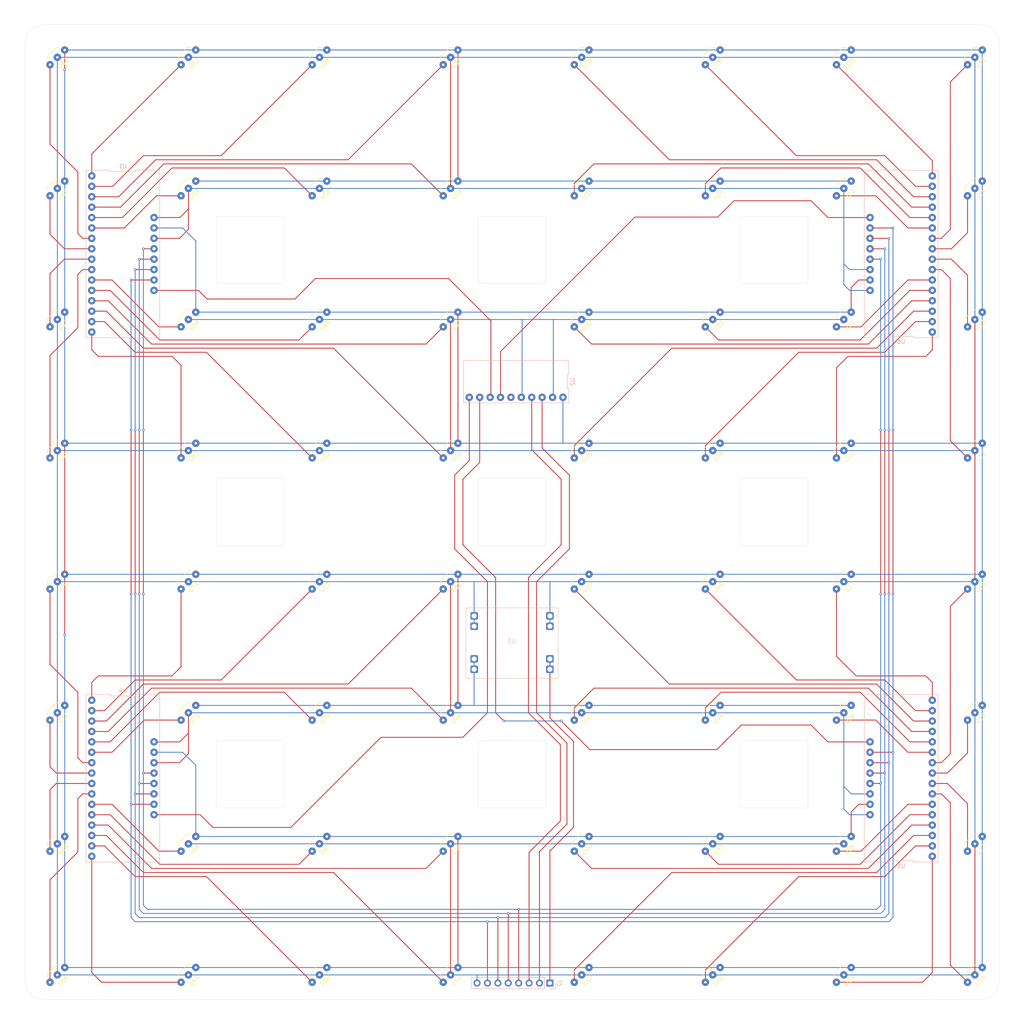
<source format=kicad_pcb>
(kicad_pcb (version 20241229) (generator "pcbnew") (generator_version "9.0")
  (layers (0 "F.Cu" signal) (2 "B.Cu" signal) (13 "F.Paste" user) (15 "B.Paste" user) (5 "F.SilkS" user "F.Silkscreen") (7 "B.SilkS" user "B.Silkscreen") (1 "F.Mask" user) (3 "B.Mask" user) (25 "Edge.Cuts" user))
  (net 0 "")
  (net 1 "S2")
  (net 2 "SCL")
  (net 3 "GND")
  (net 4 "SDA")
  (net 5 "S0")
  (net 6 "S1")
  (net 7 "S3")
  (net 8 "5V")
  (net 9 "MB14")
  (net 10 "MB4")
  (net 11 "MB5")
  (net 12 "MB6")
  (net 13 "MB15")
  (net 14 "3.3V")
  (net 15 "MB16")
  (net 16 "MB13")
  (net 17 "MB8")
  (net 18 "MB12")
  (net 19 "MB10")
  (net 20 "MB11")
  (net 21 "MB1")
  (net 22 "MB3")
  (net 23 "MB9")
  (net 24 "Net-(U1-COM)")
  (net 25 "MB7")
  (net 26 "MB2")
  (net 28 "Net-(U2-AIN3)")
  (net 29 "Net-(U2-AIN0)")
  (net 30 "Net-(U2-AIN2)")
  (net 31 "MC5")
  (net 32 "MC9")
  (net 33 "MC10")
  (net 34 "MC1")
  (net 35 "MC12")
  (net 36 "MC3")
  (net 37 "MC13")
  (net 38 "MC8")
  (net 39 "MC14")
  (net 40 "MC6")
  (net 41 "MC11")
  (net 42 "MC15")
  (net 43 "MC2")
  (net 44 "MC4")
  (net 45 "MC7")
  (net 46 "MC16")
  (net 47 "MD6")
  (net 48 "MD7")
  (net 49 "MD14")
  (net 50 "MD15")
  (net 51 "MD5")
  (net 52 "MD16")
  (net 53 "MD3")
  (net 54 "MD10")
  (net 55 "MD8")
  (net 56 "MD1")
  (net 57 "MD2")
  (net 58 "MD13")
  (net 59 "MD4")
  (net 60 "MD9")
  (net 61 "MD11")
  (net 62 "MD12")
  (net 63 "MA6")
  (net 64 "MA9")
  (net 65 "MA3")
  (net 66 "MA7")
  (net 67 "MA11")
  (net 68 "MA14")
  (net 69 "MA2")
  (net 70 "MA1")
  (net 71 "MA12")
  (net 72 "MA10")
  (net 73 "MA16")
  (net 74 "MA15")
  (net 75 "MA4")
  (net 76 "MA5")
  (net 77 "MA8")
  (net 78 "MA13")
  (footprint "MagChess Footprints:SS49E" (layer "F.Cu") (at 76 167 45)
    (property "Reference" "U74")
    (property "Value" "A1302xUA")
  )
  (footprint "MagChess Footprints:SS49E" (layer "F.Cu") (at 172 103 45)
    (property "Reference" "U32")
    (property "Value" "A1302xUA")
  )
  (footprint "MagChess Footprints:SS49E" (layer "F.Cu") (at 76 39 45)
    (property "Reference" "U62")
    (property "Value" "A1302xUA")
  )
  (footprint "MagChess Footprints:SS49E" (layer "F.Cu") (at 204 167 45)
    (property "Reference" "U49")
    (property "Value" "A1302xUA")
  )
  (footprint "MagChess Footprints:SS49E" (layer "F.Cu") (at 204 263 45)
    (property "Reference" "U40")
    (property "Value" "A1302xUA")
  )
  (footprint "MagChess Footprints:SS49E" (layer "F.Cu") (at 172 199 45)
    (property "Reference" "U47")
    (property "Value" "A1302xUA")
  )
  (footprint "MagChess Footprints:SS49E" (layer "F.Cu") (at 236 103 45)
    (property "Reference" "U21")
    (property "Value" "A1302xUA")
  )
  (footprint "MagChess Footprints:SS49E" (layer "F.Cu") (at 76 103 45)
    (property "Reference" "U56")
    (property "Value" "A1302xUA")
  )
  (footprint "MagChess Footprints:SS49E" (layer "F.Cu") (at 108 231 45)
    (property "Reference" "U67")
    (property "Value" "A1302xUA")
  )
  (footprint "MagChess Footprints:SS49E" (layer "F.Cu") (at 108 135 45)
    (property "Reference" "U52")
    (property "Value" "A1302xUA")
  )
  (footprint "MagChess Footprints:SS49E" (layer "F.Cu") (at 172 231 45)
    (property "Reference" "U44")
    (property "Value" "A1302xUA")
  )
  (footprint "MagChess Footprints:SS49E" (layer "F.Cu") (at 44 71 45)
    (property "Reference" "U60")
    (property "Value" "A1302xUA")
  )
  (footprint "MagChess Footprints:SS49E" (layer "F.Cu") (at 172 135 45)
    (property "Reference" "U29")
    (property "Value" "A1302xUA")
  )
  (footprint "MagChess Footprints:SS49E" (layer "F.Cu") (at 140 231 45)
    (property "Reference" "U45")
    (property "Value" "A1302xUA")
  )
  (footprint "MagChess Footprints:SS49E" (layer "F.Cu") (at 76 71 45)
    (property "Reference" "U59")
    (property "Value" "A1302xUA")
  )
  (footprint "MagChess Footprints:SS49E" (layer "F.Cu") (at 140 199 45)
    (property "Reference" "U48")
    (property "Value" "A1302xUA")
  )
  (footprint "MagChess Footprints:SS49E" (layer "F.Cu") (at 236 231 45)
    (property "Reference" "U25")
    (property "Value" "A1302xUA")
  )
  (footprint "MagChess Footprints:SS49E" (layer "F.Cu") (at 140 135 45)
    (property "Reference" "U30")
    (property "Value" "A1302xUA")
  )
  (footprint "MagChess Footprints:SS49E" (layer "F.Cu") (at 108 39 45)
    (property "Reference" "U61")
    (property "Value" "A1302xUA")
  )
  (footprint "MagChess Footprints:SS49E" (layer "F.Cu") (at 140 263 45)
    (property "Reference" "U42")
    (property "Value" "A1302xUA")
  )
  (footprint "MagChess Footprints:SS49E" (layer "F.Cu") (at 236 199 45)
    (property "Reference" "U26")
    (property "Value" "A1302xUA")
  )
  (footprint "MagChess Footprints:SS49E" (layer "F.Cu") (at 140 103 45)
    (property "Reference" "U33")
    (property "Value" "A1302xUA")
  )
  (footprint "MagChess Footprints:SS49E" (layer "F.Cu") (at 236 167 45)
    (property "Reference" "U27")
    (property "Value" "A1302xUA")
  )
  (footprint "MagChess Footprints:SS49E" (layer "F.Cu") (at 108 103 45)
    (property "Reference" "U55")
    (property "Value" "A1302xUA")
  )
  (footprint "MagChess Footprints:SS49E" (layer "F.Cu") (at 172 167 45)
    (property "Reference" "U50")
    (property "Value" "A1302xUA")
  )
  (footprint "MagChess Footprints:SS49E" (layer "F.Cu") (at 108 167 45)
    (property "Reference" "U73")
    (property "Value" "A1302xUA")
  )
  (footprint "MagChess Footprints:SS49E" (layer "F.Cu") (at 236 39 45)
    (property "Reference" "U23")
    (property "Value" "A1302xUA")
  )
  (footprint "MagChess Footprints:SS49E" (layer "F.Cu") (at 268 135 45)
    (property "Reference" "U12")
    (property "Value" "A1302xUA")
  )
  (footprint "MagChess Footprints:SS49E" (layer "F.Cu") (at 268 199 45)
    (property "Reference" "U18")
    (property "Value" "A1302xUA")
  )
  (footprint "MagChess Footprints:SS49E" (layer "F.Cu") (at 44 167 45)
    (property "Reference" "U75")
    (property "Value" "A1302xUA")
  )
  (footprint "MagChess Footprints:SS49E" (layer "F.Cu") (at 172 39 45)
    (property "Reference" "U38")
    (property "Value" "A1302xUA")
  )
  (footprint "MagChess Footprints:SS49E" (layer "F.Cu") (at 204 39 45)
    (property "Reference" "U37")
    (property "Value" "A1302xUA")
  )
  (footprint "MagChess Footprints:SS49E" (layer "F.Cu") (at 44 39 45)
    (property "Reference" "U63")
    (property "Value" "A1302xUA")
  )
  (footprint "MagChess Footprints:SS49E" (layer "F.Cu") (at 172 263 45)
    (property "Reference" "U41")
    (property "Value" "A1302xUA")
  )
  (footprint "MagChess Footprints:SS49E" (layer "F.Cu") (at 76 263 45)
    (property "Reference" "U65")
    (property "Value" "A1302xUA")
  )
  (footprint "MagChess Footprints:SS49E" (layer "F.Cu") (at 76 231 45)
    (property "Reference" "U68")
    (property "Value" "A1302xUA")
  )
  (footprint "MagChess Footprints:SS49E" (layer "F.Cu") (at 204 71 45)
    (property "Reference" "U34")
    (property "Value" "A1302xUA")
  )
  (footprint "MagChess Footprints:SS49E" (layer "F.Cu") (at 204 103 45)
    (property "Reference" "U31")
    (property "Value" "A1302xUA")
  )
  (footprint "MagChess Footprints:SS49E" (layer "F.Cu") (at 268 103 45)
    (property "Reference" "U13")
    (property "Value" "A1302xUA")
  )
  (footprint "MagChess Footprints:SS49E" (layer "F.Cu") (at 108 71 45)
    (property "Reference" "U58")
    (property "Value" "A1302xUA")
  )
  (footprint "MagChess Footprints:SS49E" (layer "F.Cu") (at 44 199 45)
    (property "Reference" "U72")
    (property "Value" "A1302xUA")
  )
  (footprint "MagChess Footprints:SS49E" (layer "F.Cu") (at 108 263 45)
    (property "Reference" "U64")
    (property "Value" "A1302xUA")
  )
  (footprint "MagChess Footprints:SS49E" (layer "F.Cu") (at 204 135 45)
    (property "Reference" "U28")
    (property "Value" "A1302xUA")
  )
  (footprint "MagChess Footprints:SS49E" (layer "F.Cu") (at 268 167 45)
    (property "Reference" "U19")
    (property "Value" "A1302xUA")
  )
  (footprint "MagChess Footprints:SS49E" (layer "F.Cu") (at 268 39 45)
    (property "Reference" "U15")
    (property "Value" "A1302xUA")
  )
  (footprint "MagChess Footprints:SS49E" (layer "F.Cu") (at 44 103 45)
    (property "Reference" "U57")
    (property "Value" "A1302xUA")
  )
  (footprint "MagChess Footprints:SS49E" (layer "F.Cu") (at 204 199 45)
    (property "Reference" "U46")
    (property "Value" "A1302xUA")
  )
  (footprint "MagChess Footprints:SS49E" (layer "F.Cu") (at 76 135 45)
    (property "Reference" "U53")
    (property "Value" "A1302xUA")
  )
  (footprint "MagChess Footprints:SS49E" (layer "F.Cu") (at 140 71 45)
    (property "Reference" "U36")
    (property "Value" "A1302xUA")
  )
  (footprint "MagChess Footprints:SS49E" (layer "F.Cu") (at 236 263 45)
    (property "Reference" "U24")
    (property "Value" "A1302xUA")
  )
  (footprint "MagChess Footprints:SS49E" (layer "F.Cu") (at 172 71 45)
    (property "Reference" "U35")
    (property "Value" "A1302xUA")
  )
  (footprint "MagChess Footprints:SS49E" (layer "F.Cu") (at 268 231 45)
    (property "Reference" "U17")
    (property "Value" "A1302xUA")
  )
  (footprint "MagChess Footprints:SS49E" (layer "F.Cu") (at 236 71 45)
    (property "Reference" "U22")
    (property "Value" "A1302xUA")
  )
  (footprint "MagChess Footprints:SS49E" (layer "F.Cu") (at 140 39 45)
    (property "Reference" "U39")
    (property "Value" "A1302xUA")
  )
  (footprint "MagChess Footprints:SS49E" (layer "F.Cu") (at 44 263 45)
    (property "Reference" "U66")
    (property "Value" "A1302xUA")
  )
  (footprint "MagChess Footprints:SS49E" (layer "F.Cu") (at 108 199 45)
    (property "Reference" "U70")
    (property "Value" "A1302xUA")
  )
  (footprint "MagChess Footprints:SS49E" (layer "F.Cu") (at 76 199 45)
    (property "Reference" "U71")
    (property "Value" "A1302xUA")
  )
  (footprint "MagChess Footprints:SS49E" (layer "F.Cu") (at 236 135 45)
    (property "Reference" "U20")
    (property "Value" "A1302xUA")
  )
  (footprint "MagChess Footprints:SS49E" (layer "F.Cu") (at 44 135 45)
    (property "Reference" "U54")
    (property "Value" "A1302xUA")
  )
  (footprint "MagChess Footprints:SS49E" (layer "F.Cu") (at 44 231 45)
    (property "Reference" "U69")
    (property "Value" "A1302xUA")
  )
  (footprint "MagChess Footprints:SS49E" (layer "F.Cu") (at 268 263 45)
    (property "Reference" "U16")
    (property "Value" "A1302xUA")
  )
  (footprint "MagChess Footprints:SS49E" (layer "F.Cu") (at 140 167 45)
    (property "Reference" "U51")
    (property "Value" "A1302xUA")
  )
  (footprint "MagChess Footprints:SS49E" (layer "F.Cu") (at 268 71 45)
    (property "Reference" "U14")
    (property "Value" "A1302xUA")
  )
  (footprint "MagChess Footprints:SS49E" (layer "F.Cu") (at 204 231 45)
    (property "Reference" "U43")
    (property "Value" "A1302xUA")
  )
  (footprint "MagChess Footprints:ADS1015" (layer "B.Cu") (at 156 118.19 180)
    (property "Reference" "U2")
    (property "Value" "ADS1015IDGS")
  )
  (footprint "MagChess Footprints:CD74HC4067" (layer "B.Cu") (at 250 215 90)
    (property "Reference" "U5")
    (property "Value" "CD74HC4067M")
  )
  (footprint "MagChess Footprints:MP1584" (layer "B.Cu") (at 155 182 180)
    (property "Reference" "U3")
    (property "Value" "MP1584EN")
  )
  (footprint "MagChess Footprints:CD74HC4067" (layer "B.Cu") (at 60 87 -90)
    (property "Reference" "U1")
    (property "Value" "CD74HC4067M")
  )
  (footprint "Connector_PinHeader_2.54mm:PinHeader_1x08_P2.54mm_Vertical" (layer "B.Cu") (at 164.24 265 90)
    (property "Reference" "J2")
    (property "Value" "Conn_01x08_Pin")
  )
  (footprint "MagChess Footprints:CD74HC4067" (layer "B.Cu") (at 60 215 -90)
    (property "Reference" "U4")
    (property "Value" "CD74HC4067M")
  )
  (footprint "MagChess Footprints:CD74HC4067" (layer "B.Cu") (at 250 87 90)
    (property "Reference" "U6")
    (property "Value" "CD74HC4067M")
  )
  (gr_rect (start 146.75 77.75) (end 163.25 94.25) (stroke (width 0.05)) (fill no) (layer "Edge.Cuts"))
  (gr_line (start 274 36) (end 274 264) (stroke (width 0.05)) (layer "Edge.Cuts"))
  (gr_arc (start 36 36) (mid 37.464466 32.464466) (end 41 31) (stroke (width 0.05)) (layer "Edge.Cuts"))
  (gr_rect (start 210.75 77.75) (end 227.25 94.25) (stroke (width 0.05)) (fill no) (layer "Edge.Cuts"))
  (gr_arc (start 41 269) (mid 37.464466 267.535534) (end 36 264) (stroke (width 0.05)) (layer "Edge.Cuts"))
  (gr_arc (start 269 31) (mid 272.535534 32.464466) (end 274 36) (stroke (width 0.05)) (layer "Edge.Cuts"))
  (gr_rect (start 82.75 141.75) (end 99.25 158.25) (stroke (width 0.05)) (fill no) (layer "Edge.Cuts"))
  (gr_rect (start 82.75 205.75) (end 99.25 222.25) (stroke (width 0.05)) (fill no) (layer "Edge.Cuts"))
  (gr_rect (start 210.75 141.75) (end 227.25 158.25) (stroke (width 0.05)) (fill no) (layer "Edge.Cuts"))
  (gr_line (start 36 264) (end 36 36) (stroke (width 0.05)) (layer "Edge.Cuts"))
  (gr_rect (start 210.75 205.75) (end 227.25 222.25) (stroke (width 0.05)) (fill no) (layer "Edge.Cuts"))
  (gr_arc (start 274 264) (mid 272.535534 267.535534) (end 269 269) (stroke (width 0.05)) (layer "Edge.Cuts"))
  (gr_line (start 269 269) (end 41 269) (stroke (width 0.05)) (layer "Edge.Cuts"))
  (gr_line (start 41 31) (end 269 31) (stroke (width 0.05)) (layer "Edge.Cuts"))
  (gr_rect (start 82.75 77.75) (end 99.25 94.25) (stroke (width 0.05)) (fill no) (layer "Edge.Cuts"))
  (gr_rect (start 146.75 205.75) (end 163.25 222.25) (stroke (width 0.05)) (fill no) (layer "Edge.Cuts"))
  (gr_rect (start 146.75 141.75) (end 163.25 158.25) (stroke (width 0.05)) (fill no) (layer "Edge.Cuts"))
  (segment (start 247 170) (end 247 130) (width 0.2) (layer "F.Cu") (net 1))
  (segment (start 151.54 249) (end 151.54 265) (width 0.2) (layer "F.Cu") (net 1))
  (segment (start 63 218.81) (end 67.6 218.81) (width 0.2) (layer "F.Cu") (net 1))
  (segment (start 63 90.81) (end 67.6 90.81) (width 0.2) (layer "F.Cu") (net 1))
  (segment (start 63 170) (end 63 130) (width 0.2) (layer "F.Cu") (net 1))
  (segment (start 247 83.19) (end 242.4 83.19) (width 0.2) (layer "F.Cu") (net 1))
  (segment (start 247 211.19) (end 242.4 211.19) (width 0.2) (layer "F.Cu") (net 1))
  (via (at 63 130) (size 0.6) (drill 0.3) (layers "F.Cu" "B.Cu") (net 1))
  (via (at 63 170) (size 0.6) (drill 0.3) (layers "F.Cu" "B.Cu") (net 1))
  (via (at 247 130) (size 0.6) (drill 0.3) (layers "F.Cu" "B.Cu") (net 1))
  (via (at 63 90.81) (size 0.6) (drill 0.3) (layers "F.Cu" "B.Cu") (net 1))
  (via (at 63 218.81) (size 0.6) (drill 0.3) (layers "F.Cu" "B.Cu") (net 1))
  (via (at 247 83.19) (size 0.6) (drill 0.3) (layers "F.Cu" "B.Cu") (net 1))
  (via (at 247 211.19) (size 0.6) (drill 0.3) (layers "F.Cu" "B.Cu") (net 1))
  (via (at 247 170) (size 0.6) (drill 0.3) (layers "F.Cu" "B.Cu") (net 1))
  (via (at 151.54 249) (size 0.6) (drill 0.3) (layers "F.Cu" "B.Cu") (net 1))
  (segment (start 63 130) (end 63 90.81) (width 0.2) (layer "B.Cu") (net 1))
  (segment (start 151.54 249) (end 246 249) (width 0.2) (layer "B.Cu") (net 1))
  (segment (start 247 130) (end 247 83.19) (width 0.2) (layer "B.Cu") (net 1))
  (segment (start 63 218.81) (end 63 170) (width 0.2) (layer "B.Cu") (net 1))
  (segment (start 63 248) (end 63 218.81) (width 0.2) (layer "B.Cu") (net 1))
  (segment (start 247 211.19) (end 247 170) (width 0.2) (layer "B.Cu") (net 1))
  (segment (start 246 249) (end 247 248) (width 0.2) (layer "B.Cu") (net 1))
  (segment (start 64 249) (end 63 248) (width 0.2) (layer "B.Cu") (net 1))
  (segment (start 247 248) (end 247 211.19) (width 0.2) (layer "B.Cu") (net 1))
  (segment (start 151.54 249) (end 64 249) (width 0.2) (layer "B.Cu") (net 1))
  (segment (start 161.7 232.9) (end 168.4 226.2) (width 0.2) (layer "F.Cu") (net 2))
  (segment (start 168.4 226.2) (end 168.4 206.4) (width 0.2) (layer "F.Cu") (net 2))
  (segment (start 162.35 134.35) (end 162.35 122) (width 0.2) (layer "F.Cu") (net 2))
  (segment (start 169 141) (end 162.35 134.35) (width 0.2) (layer "F.Cu") (net 2))
  (segment (start 161 167) (end 169 159) (width 0.2) (layer "F.Cu") (net 2))
  (segment (start 168.4 206.4) (end 161 199) (width 0.2) (layer "F.Cu") (net 2))
  (segment (start 169 159) (end 169 141) (width 0.2) (layer "F.Cu") (net 2))
  (segment (start 161.7 265) (end 161.7 232.9) (width 0.2) (layer "F.Cu") (net 2))
  (segment (start 161 199) (end 161 167) (width 0.2) (layer "F.Cu") (net 2))
  (segment (start 73.89 206.11) (end 76 204) (width 0.2) (layer "F.Cu") (net 3))
  (segment (start 73.89 78.11) (end 76 76) (width 0.2) (layer "F.Cu") (net 3))
  (segment (start 67.6 206.11) (end 73.89 206.11) (width 0.2) (layer "F.Cu") (net 3))
  (segment (start 67.6 83.19) (end 73.81 83.19) (width 0.2) (layer "F.Cu") (net 3))
  (segment (start 140 39) (end 140 71) (width 0.2) (layer "F.Cu") (net 3))
  (segment (start 76 76) (end 76 71) (width 0.2) (layer "F.Cu") (net 3))
  (segment (start 73.81 83.19) (end 76 81) (width 0.2) (layer "F.Cu") (net 3))
  (segment (start 67.6 211.19) (end 73.81 211.19) (width 0.2) (layer "F.Cu") (net 3))
  (segment (start 268 135) (end 268 167) (width 0.2) (layer "F.Cu") (net 3))
  (segment (start 67.6 78.11) (end 73.89 78.11) (width 0.2) (layer "F.Cu") (net 3))
  (segment (start 268 135) (end 268 103) (width 0.2) (layer "F.Cu") (net 3))
  (segment (start 73.81 211.19) (end 76 209) (width 0.2) (layer "F.Cu") (net 3))
  (segment (start 140 103) (end 140 135) (width 0.2) (layer "F.Cu") (net 3))
  (segment (start 76 204) (end 76 199) (width 0.2) (layer "F.Cu") (net 3))
  (segment (start 140 231) (end 140 263) (width 0.2) (layer "F.Cu") (net 3))
  (segment (start 76 209) (end 76 204) (width 0.2) (layer "F.Cu") (net 3))
  (segment (start 268 263) (end 268 231) (width 0.2) (layer "F.Cu") (net 3))
  (segment (start 76 81) (end 76 76) (width 0.2) (layer "F.Cu") (net 3))
  (segment (start 140 199) (end 140 167) (width 0.2) (layer "F.Cu") (net 3))
  (segment (start 44 263) (end 140 263) (width 0.2) (layer "B.Cu") (net 3))
  (segment (start 268 231) (end 268 167) (width 0.2) (layer "B.Cu") (net 3))
  (segment (start 76 71) (end 108 71) (width 0.2) (layer "B.Cu") (net 3))
  (segment (start 44 167) (end 268 167) (width 0.2) (layer "B.Cu") (net 3))
  (segment (start 237.4 90.81) (end 236 89.41) (width 0.2) (layer "B.Cu") (net 3))
  (segment (start 157.46 103) (end 157.46 122) (width 0.2) (layer "B.Cu") (net 3))
  (segment (start 237.81 218.81) (end 236 217) (width 0.2) (layer "B.Cu") (net 3))
  (segment (start 237.4 95.89) (end 242.4 95.89) (width 0.2) (layer "B.Cu") (net 3))
  (segment (start 108 103) (end 204 103) (width 0.2) (layer "B.Cu") (net 3))
  (segment (start 145.75 177.9) (end 145.75 175.36) (width 0.2) (layer "B.Cu") (net 3))
  (segment (start 242.4 218.81) (end 237.81 218.81) (width 0.2) (layer "B.Cu") (net 3))
  (segment (start 164.25 175.36) (end 164.25 167) (width 0.2) (layer "B.Cu") (net 3))
  (segment (start 268 103) (end 268 39) (width 0.2) (layer "B.Cu") (net 3))
  (segment (start 237.4 223.89) (end 236 222.49) (width 0.2) (layer "B.Cu") (net 3))
  (segment (start 76 103) (end 108 103) (width 0.2) (layer "B.Cu") (net 3))
  (segment (start 236 199) (end 236 217) (width 0.2) (layer "B.Cu") (net 3))
  (segment (start 164.25 177.9) (end 164.25 175.36) (width 0.2) (layer "B.Cu") (net 3))
  (segment (start 140 263) (end 172 263) (width 0.2) (layer "B.Cu") (net 3))
  (segment (start 172 263) (end 268 263) (width 0.2) (layer "B.Cu") (net 3))
  (segment (start 76 231) (end 108 231) (width 0.2) (layer "B.Cu") (net 3))
  (segment (start 146.46 265) (end 146.46 263) (width 0.2) (layer "B.Cu") (net 3))
  (segment (start 204 71) (end 236 71) (width 0.2) (layer "B.Cu") (net 3))
  (segment (start 204 231) (end 236 231) (width 0.2) (layer "B.Cu") (net 3))
  (segment (start 236 94.49) (end 237.4 95.89) (width 0.2) (layer "B.Cu") (net 3))
  (segment (start 44 135) (end 268 135) (width 0.2) (layer "B.Cu") (net 3))
  (segment (start 204 199) (end 236 199) (width 0.2) (layer "B.Cu") (net 3))
  (segment (start 204 103) (end 236 103) (width 0.2) (layer "B.Cu") (net 3))
  (segment (start 236 217) (end 236 222.49) (width 0.2) (layer "B.Cu") (net 3))
  (segment (start 145.75 175.36) (end 145.75 167) (width 0.2) (layer "B.Cu") (net 3))
  (segment (start 165.08 122) (end 165.08 103) (width 0.2) (layer "B.Cu") (net 3))
  (segment (start 108 71) (end 204 71) (width 0.2) (layer "B.Cu") (net 3))
  (segment (start 204 199) (end 108 199) (width 0.2) (layer "B.Cu") (net 3))
  (segment (start 44 39) (end 268 39) (width 0.2) (layer "B.Cu") (net 3))
  (segment (start 236 71) (end 236 94.49) (width 0.2) (layer "B.Cu") (net 3))
  (segment (start 76 199) (end 108 199) (width 0.2) (layer "B.Cu") (net 3))
  (segment (start 44 39) (end 44 263) (width 0.2) (layer "B.Cu") (net 3))
  (segment (start 237.4 90.81) (end 242.4 90.81) (width 0.2) (layer "B.Cu") (net 3))
  (segment (start 204 231) (end 108 231) (width 0.2) (layer "B.Cu") (net 3))
  (segment (start 242.4 223.89) (end 237.4 223.89) (width 0.2) (layer "B.Cu") (net 3))
  (segment (start 159.16 233.055365) (end 159.16 265) (width 0.2) (layer "F.Cu") (net 4))
  (segment (start 159.81 122) (end 159.81 134.81) (width 0.2) (layer "F.Cu") (net 4))
  (segment (start 159 166) (end 159 199) (width 0.2) (layer "F.Cu") (net 4))
  (segment (start 167 142) (end 167 158) (width 0.2) (layer "F.Cu") (net 4))
  (segment (start 159.81 134.81) (end 167 142) (width 0.2) (layer "F.Cu") (net 4))
  (segment (start 166.8 206.8) (end 166.8 225.415365) (width 0.2) (layer "F.Cu") (net 4))
  (segment (start 167 158) (end 159 166) (width 0.2) (layer "F.Cu") (net 4))
  (segment (start 159 199) (end 166.8 206.8) (width 0.2) (layer "F.Cu") (net 4))
  (segment (start 166.8 225.415365) (end 159.16 233.055365) (width 0.2) (layer "F.Cu") (net 4))
  (segment (start 245 216.27) (end 242.4 216.27) (width 0.2) (layer "F.Cu") (net 5))
  (segment (start 65 170) (end 65 130) (width 0.2) (layer "F.Cu") (net 5))
  (segment (start 245 88.27) (end 242.4 88.27) (width 0.2) (layer "F.Cu") (net 5))
  (segment (start 65 213.73) (end 67.6 213.73) (width 0.2) (layer "F.Cu") (net 5))
  (segment (start 65 85.73) (end 67.6 85.73) (width 0.2) (layer "F.Cu") (net 5))
  (segment (start 245 170) (end 245 130) (width 0.2) (layer "F.Cu") (net 5))
  (segment (start 156.62 247) (end 156.62 265) (width 0.2) (layer "F.Cu") (net 5))
  (via (at 65 170) (size 0.6) (drill 0.3) (layers "F.Cu" "B.Cu") (net 5))
  (via (at 65 130) (size 0.6) (drill 0.3) (layers "F.Cu" "B.Cu") (net 5))
  (via (at 245 88.27) (size 0.6) (drill 0.3) (layers "F.Cu" "B.Cu") (net 5))
  (via (at 245 216.27) (size 0.6) (drill 0.3) (layers "F.Cu" "B.Cu") (net 5))
  (via (at 65 213.73) (size 0.6) (drill 0.3) (layers "F.Cu" "B.Cu") (net 5))
  (via (at 156.62 247) (size 0.6) (drill 0.3) (layers "F.Cu" "B.Cu") (net 5))
  (via (at 245 170) (size 0.6) (drill 0.3) (layers "F.Cu" "B.Cu") (net 5))
  (via (at 245 130) (size 0.6) (drill 0.3) (layers "F.Cu" "B.Cu") (net 5))
  (via (at 65 85.73) (size 0.6) (drill 0.3) (layers "F.Cu" "B.Cu") (net 5))
  (segment (start 65 130) (end 65 85.73) (width 0.2) (layer "B.Cu") (net 5))
  (segment (start 65 213.73) (end 65 170) (width 0.2) (layer "B.Cu") (net 5))
  (segment (start 65 246) (end 65 213.73) (width 0.2) (layer "B.Cu") (net 5))
  (segment (start 245 246) (end 245 216.27) (width 0.2) (layer "B.Cu") (net 5))
  (segment (start 245 130) (end 245 88.27) (width 0.2) (layer "B.Cu") (net 5))
  (segment (start 245 216.27) (end 245 170) (width 0.2) (layer "B.Cu") (net 5))
  (segment (start 156.62 247) (end 66 247) (width 0.2) (layer "B.Cu") (net 5))
  (segment (start 66 247) (end 65 246) (width 0.2) (layer "B.Cu") (net 5))
  (segment (start 244 247) (end 245 246) (width 0.2) (layer "B.Cu") (net 5))
  (segment (start 156.62 247) (end 244 247) (width 0.2) (layer "B.Cu") (net 5))
  (segment (start 64 88.27) (end 67.6 88.27) (width 0.2) (layer "F.Cu") (net 6))
  (segment (start 64 216.27) (end 67.6 216.27) (width 0.2) (layer "F.Cu") (net 6))
  (segment (start 154.08 248) (end 154.08 265) (width 0.2) (layer "F.Cu") (net 6))
  (segment (start 246 170) (end 246 130) (width 0.2) (layer "F.Cu") (net 6))
  (segment (start 246 85.73) (end 242.4 85.73) (width 0.2) (layer "F.Cu") (net 6))
  (segment (start 246 213.73) (end 242.4 213.73) (width 0.2) (layer "F.Cu") (net 6))
  (segment (start 64 170) (end 64 130) (width 0.2) (layer "F.Cu") (net 6))
  (via (at 154.08 248) (size 0.6) (drill 0.3) (layers "F.Cu" "B.Cu") (net 6))
  (via (at 246 170) (size 0.6) (drill 0.3) (layers "F.Cu" "B.Cu") (net 6))
  (via (at 64 88.27) (size 0.6) (drill 0.3) (layers "F.Cu" "B.Cu") (net 6))
  (via (at 64 130) (size 0.6) (drill 0.3) (layers "F.Cu" "B.Cu") (net 6))
  (via (at 64 170) (size 0.6) (drill 0.3) (layers "F.Cu" "B.Cu") (net 6))
  (via (at 246 130) (size 0.6) (drill 0.3) (layers "F.Cu" "B.Cu") (net 6))
  (via (at 64 216.27) (size 0.6) (drill 0.3) (layers "F.Cu" "B.Cu") (net 6))
  (via (at 246 213.73) (size 0.6) (drill 0.3) (layers "F.Cu" "B.Cu") (net 6))
  (via (at 246 85.73) (size 0.6) (drill 0.3) (layers "F.Cu" "B.Cu") (net 6))
  (segment (start 246 130) (end 246 85.73) (width 0.2) (layer "B.Cu") (net 6))
  (segment (start 64 130) (end 64 88.27) (width 0.2) (layer "B.Cu") (net 6))
  (segment (start 154.08 248) (end 65 248) (width 0.2) (layer "B.Cu") (net 6))
  (segment (start 154.08 248) (end 245 248) (width 0.2) (layer "B.Cu") (net 6))
  (segment (start 64 216.27) (end 64 170) (width 0.2) (layer "B.Cu") (net 6))
  (segment (start 246 213.73) (end 246 170) (width 0.2) (layer "B.Cu") (net 6))
  (segment (start 245 248) (end 246 247) (width 0.2) (layer "B.Cu") (net 6))
  (segment (start 65 248) (end 64 247) (width 0.2) (layer "B.Cu") (net 6))
  (segment (start 64 247) (end 64 216.27) (width 0.2) (layer "B.Cu") (net 6))
  (segment (start 246 247) (end 246 213.73) (width 0.2) (layer "B.Cu") (net 6))
  (segment (start 248 170) (end 248 130) (width 0.2) (layer "F.Cu") (net 7))
  (segment (start 248 80.65) (end 242.4 80.65) (width 0.2) (layer "F.Cu") (net 7))
  (segment (start 62 93.35) (end 67.6 93.35) (width 0.2) (layer "F.Cu") (net 7))
  (segment (start 62 170) (end 62 130) (width 0.2) (layer "F.Cu") (net 7))
  (segment (start 149 250) (end 149 265) (width 0.2) (layer "F.Cu") (net 7))
  (segment (start 248 208.65) (end 242.4 208.65) (width 0.2) (layer "F.Cu") (net 7))
  (segment (start 62 221.35) (end 67.6 221.35) (width 0.2) (layer "F.Cu") (net 7))
  (via (at 62 130) (size 0.6) (drill 0.3) (layers "F.Cu" "B.Cu") (net 7))
  (via (at 248 170) (size 0.6) (drill 0.3) (layers "F.Cu" "B.Cu") (net 7))
  (via (at 248 130) (size 0.6) (drill 0.3) (layers "F.Cu" "B.Cu") (net 7))
  (via (at 149 250) (size 0.6) (drill 0.3) (layers "F.Cu" "B.Cu") (net 7))
  (via (at 248 208.65) (size 0.6) (drill 0.3) (layers "F.Cu" "B.Cu") (net 7))
  (via (at 62 93.35) (size 0.6) (drill 0.3) (layers "F.Cu" "B.Cu") (net 7))
  (via (at 248 80.65) (size 0.6) (drill 0.3) (layers "F.Cu" "B.Cu") (net 7))
  (via (at 62 221.35) (size 0.6) (drill 0.3) (layers "F.Cu" "B.Cu") (net 7))
  (via (at 62 170) (size 0.6) (drill 0.3) (layers "F.Cu" "B.Cu") (net 7))
  (segment (start 248 249) (end 248 208.65) (width 0.2) (layer "B.Cu") (net 7))
  (segment (start 149 250) (end 247 250) (width 0.2) (layer "B.Cu") (net 7))
  (segment (start 248 208.65) (end 248 170) (width 0.2) (layer "B.Cu") (net 7))
  (segment (start 62 221.35) (end 62 170) (width 0.2) (layer "B.Cu") (net 7))
  (segment (start 149 250) (end 63 250) (width 0.2) (layer "B.Cu") (net 7))
  (segment (start 62 130) (end 62 93.35) (width 0.2) (layer "B.Cu") (net 7))
  (segment (start 248 80.65) (end 248 130) (width 0.2) (layer "B.Cu") (net 7))
  (segment (start 62 249) (end 62 221.35) (width 0.2) (layer "B.Cu") (net 7))
  (segment (start 63 250) (end 62 249) (width 0.2) (layer "B.Cu") (net 7))
  (segment (start 247 250) (end 248 249) (width 0.2) (layer "B.Cu") (net 7))
  (segment (start 164.24 232.76) (end 164.24 265) (width 0.2) (layer "F.Cu") (net 8))
  (segment (start 164.25 200.25) (end 170 206) (width 0.2) (layer "F.Cu") (net 8))
  (segment (start 164.25 188.4) (end 164.25 200.25) (width 0.2) (layer "F.Cu") (net 8))
  (segment (start 170 206) (end 170 227) (width 0.2) (layer "F.Cu") (net 8))
  (segment (start 170 227) (end 164.24 232.76) (width 0.2) (layer "F.Cu") (net 8))
  (segment (start 164.25 188.4) (end 164.25 185.86) (width 0.2) (layer "F.Cu") (net 8))
  (segment (start 138.203949 72.796051) (end 130.407898 65) (width 0.2) (layer "F.Cu") (net 9))
  (segment (start 130.407898 65) (end 70 65) (width 0.2) (layer "F.Cu") (net 9))
  (segment (start 70 65) (end 59.43 75.57) (width 0.2) (layer "F.Cu") (net 9))
  (segment (start 59.43 75.57) (end 52.4 75.57) (width 0.2) (layer "F.Cu") (net 9))
  (segment (start 55.97 100.97) (end 52.4 100.97) (width 0.2) (layer "F.Cu") (net 10))
  (segment (start 65 110) (end 55.97 100.97) (width 0.2) (layer "F.Cu") (net 10))
  (segment (start 111.407898 110) (end 65 110) (width 0.2) (layer "F.Cu") (net 10))
  (segment (start 138.203949 136.796051) (end 111.407898 110) (width 0.2) (layer "F.Cu") (net 10))
  (segment (start 63 111) (end 55.51 103.51) (width 0.2) (layer "F.Cu") (net 11))
  (segment (start 55.51 103.51) (end 52.4 103.51) (width 0.2) (layer "F.Cu") (net 11))
  (segment (start 80.407898 111) (end 63 111) (width 0.2) (layer "F.Cu") (net 11))
  (segment (start 106.203949 136.796051) (end 80.407898 111) (width 0.2) (layer "F.Cu") (net 11))
  (segment (start 74.203949 136.796051) (end 74.203949 114.203949) (width 0.2) (layer "F.Cu") (net 12))
  (segment (start 74.203949 114.203949) (end 72 112) (width 0.2) (layer "F.Cu") (net 12))
  (segment (start 54 112) (end 52.4 110.4) (width 0.2) (layer "F.Cu") (net 12))
  (segment (start 52.4 110.4) (end 52.4 106.05) (width 0.2) (layer "F.Cu") (net 12))
  (segment (start 72 112) (end 54 112) (width 0.2) (layer "F.Cu") (net 12))
  (segment (start 106.203949 72.796051) (end 99.407898 66) (width 0.2) (layer "F.Cu") (net 13))
  (segment (start 99.407898 66) (end 72 66) (width 0.2) (layer "F.Cu") (net 13))
  (segment (start 59.89 78.11) (end 52.4 78.11) (width 0.2) (layer "F.Cu") (net 13))
  (segment (start 72 66) (end 59.89 78.11) (width 0.2) (layer "F.Cu") (net 13))
  (segment (start 242.4 93.35) (end 239.65 93.35) (width 0.2) (layer "F.Cu") (net 14))
  (segment (start 141.796051 133.203949) (end 141.796051 101.203949) (width 0.2) (layer "F.Cu") (net 14))
  (segment (start 239.65 221.35) (end 237.796051 223.203949) (width 0.2) (layer "F.Cu") (net 14))
  (segment (start 45.796051 42) (end 45.796051 37.203949) (width 0.2) (layer "F.Cu") (net 14))
  (segment (start 45.796051 165.203949) (end 45.796051 133.203949) (width 0.2) (layer "F.Cu") (net 14))
  (segment (start 239.65 93.35) (end 237.796051 95.203949) (width 0.2) (layer "F.Cu") (net 14))
  (segment (start 45.796051 180) (end 45.796051 165.203949) (width 0.2) (layer "F.Cu") (net 14))
  (segment (start 141.796051 69.203949) (end 141.796051 37.203949) (width 0.2) (layer "F.Cu") (net 14))
  (segment (start 242.4 221.35) (end 239.65 221.35) (width 0.2) (layer "F.Cu") (net 14))
  (segment (start 237.796051 95.203949) (end 237.796051 101.203949) (width 0.2) (layer "F.Cu") (net 14))
  (segment (start 141.796051 261.203949) (end 141.796051 229.203949) (width 0.2) (layer "F.Cu") (net 14))
  (segment (start 237.796051 223.203949) (end 237.796051 229.203949) (width 0.2) (layer "F.Cu") (net 14))
  (segment (start 141.796051 165.203949) (end 141.796051 197.203949) (width 0.2) (layer "F.Cu") (net 14))
  (via (at 45.796051 42) (size 0.6) (drill 0.3) (layers "F.Cu" "B.Cu") (net 14))
  (via (at 45.796051 180) (size 0.6) (drill 0.3) (layers "F.Cu" "B.Cu") (net 14))
  (segment (start 74.6 80.65) (end 77.796051 83.846051) (width 0.2) (layer "B.Cu") (net 14))
  (segment (start 45.796051 197.203949) (end 45.796051 261.203949) (width 0.2) (layer "B.Cu") (net 14))
  (segment (start 109.796051 101.203949) (end 77.796051 101.203949) (width 0.2) (layer "B.Cu") (net 14))
  (segment (start 237.796051 101.203949) (end 205.796051 101.203949) (width 0.2) (layer "B.Cu") (net 14))
  (segment (start 269.796051 165.203949) (end 45.796051 165.203949) (width 0.2) (layer "B.Cu") (net 14))
  (segment (start 205.796051 229.203949) (end 237.796051 229.203949) (width 0.2) (layer "B.Cu") (net 14))
  (segment (start 74.6 208.65) (end 77.796051 211.846051) (width 0.2) (layer "B.Cu") (net 14))
  (segment (start 237.796051 69.203949) (end 205.796051 69.203949) (width 0.2) (layer "B.Cu") (net 14))
  (segment (start 74.6 80.65) (end 67.6 80.65) (width 0.2) (layer "B.Cu") (net 14))
  (segment (start 74.6 208.65) (end 67.6 208.65) (width 0.2) (layer "B.Cu") (net 14))
  (segment (start 109.796051 229.203949) (end 205.796051 229.203949) (width 0.2) (layer "B.Cu") (net 14))
  (segment (start 145.75 188.4) (end 145.75 185.86) (width 0.2) (layer "B.Cu") (net 14))
  (segment (start 167.43 133.203949) (end 167.43 122) (width 0.2) (layer "B.Cu") (net 14))
  (segment (start 45.796051 133.203949) (end 269.796051 133.203949) (width 0.2) (layer "B.Cu") (net 14))
  (segment (start 109.796051 69.203949) (end 77.796051 69.203949) (width 0.2) (layer "B.Cu") (net 14))
  (segment (start 45.796051 180) (end 45.796051 197.203949) (width 0.2) (layer "B.Cu") (net 14))
  (segment (start 45.796051 261.203949) (end 141.796051 261.203949) (width 0.2) (layer "B.Cu") (net 14))
  (segment (start 145.75 188.4) (end 145.75 197.203949) (width 0.2) (layer "B.Cu") (net 14))
  (segment (start 109.796051 69.203949) (end 205.796051 69.203949) (width 0.2) (layer "B.Cu") (net 14))
  (segment (start 205.796051 101.203949) (end 109.796051 101.203949) (width 0.2) (layer "B.Cu") (net 14))
  (segment (start 45.796051 37.203949) (end 269.796051 37.203949) (width 0.2) (layer "B.Cu") (net 14))
  (segment (start 77.796051 83.846051) (end 77.796051 101.203949) (width 0.2) (layer "B.Cu") (net 14))
  (segment (start 237.796051 197.203949) (end 205.796051 197.203949) (width 0.2) (layer "B.Cu") (net 14))
  (segment (start 269.796051 261.203949) (end 173.796051 261.203949) (width 0.2) (layer "B.Cu") (net 14))
  (segment (start 77.796051 211.846051) (end 77.796051 229.203949) (width 0.2) (layer "B.Cu") (net 14))
  (segment (start 141.796051 261.203949) (end 173.796051 261.203949) (width 0.2) (layer "B.Cu") (net 14))
  (segment (start 45.796051 69.203949) (end 45.796051 133.203949) (width 0.2) (layer "B.Cu") (net 14))
  (segment (start 109.796051 229.203949) (end 77.796051 229.203949) (width 0.2) (layer "B.Cu") (net 14))
  (segment (start 109.796051 197.203949) (end 205.796051 197.203949) (width 0.2) (layer "B.Cu") (net 14))
  (segment (start 109.796051 197.203949) (end 77.796051 197.203949) (width 0.2) (layer "B.Cu") (net 14))
  (segment (start 269.796051 37.203949) (end 269.796051 261.203949) (width 0.2) (layer "B.Cu") (net 14))
  (segment (start 45.796051 42) (end 45.796051 69.203949) (width 0.2) (layer "B.Cu") (net 14))
  (segment (start 74.203949 72.796051) (end 68.203949 72.796051) (width 0.2) (layer "F.Cu") (net 15))
  (segment (start 68.203949 72.796051) (end 60.35 80.65) (width 0.2) (layer "F.Cu") (net 15))
  (segment (start 60.35 80.65) (end 52.4 80.65) (width 0.2) (layer "F.Cu") (net 15))
  (segment (start 115 64) (end 68 64) (width 0.2) (layer "F.Cu") (net 16))
  (segment (start 68 64) (end 58.97 73.03) (width 0.2) (layer "F.Cu") (net 16))
  (segment (start 58.97 73.03) (end 52.4 73.03) (width 0.2) (layer "F.Cu") (net 16))
  (segment (start 138.203949 40.796051) (end 115 64) (width 0.2) (layer "F.Cu") (net 16))
  (segment (start 45.73 88.27) (end 52.4 88.27) (width 0.2) (layer "F.Cu") (net 17))
  (segment (start 42.203949 91.796051) (end 45.73 88.27) (width 0.2) (layer "F.Cu") (net 17))
  (segment (start 42.203949 104.796051) (end 42.203949 91.796051) (width 0.2) (layer "F.Cu") (net 17))
  (segment (start 65 63) (end 57.51 70.49) (width 0.2) (layer "F.Cu") (net 18))
  (segment (start 57.51 70.49) (end 52.4 70.49) (width 0.2) (layer "F.Cu") (net 18))
  (segment (start 106.203949 40.796051) (end 84 63) (width 0.2) (layer "F.Cu") (net 18))
  (segment (start 84 63) (end 65 63) (width 0.2) (layer "F.Cu") (net 18))
  (segment (start 50.19 83.19) (end 52.4 83.19) (width 0.2) (layer "F.Cu") (net 19))
  (segment (start 42.203949 40.796051) (end 42.203949 60.203949) (width 0.2) (layer "F.Cu") (net 19))
  (segment (start 49 82) (end 50.19 83.19) (width 0.2) (layer "F.Cu") (net 19))
  (segment (start 42.203949 60.203949) (end 49 67) (width 0.2) (layer "F.Cu") (net 19))
  (segment (start 49 67) (end 49 82) (width 0.2) (layer "F.Cu") (net 19))
  (segment (start 74.203949 40.796051) (end 52.4 62.6) (width 0.2) (layer "F.Cu") (net 20))
  (segment (start 52.4 62.6) (end 52.4 67.95) (width 0.2) (layer "F.Cu") (net 20))
  (segment (start 74.203949 104.796051) (end 68.796051 104.796051) (width 0.2) (layer "F.Cu") (net 21))
  (segment (start 68.796051 104.796051) (end 57.35 93.35) (width 0.2) (layer "F.Cu") (net 21))
  (segment (start 57.35 93.35) (end 52.4 93.35) (width 0.2) (layer "F.Cu") (net 21))
  (segment (start 138.203949 104.796051) (end 134 109) (width 0.2) (layer "F.Cu") (net 22))
  (segment (start 134 109) (end 67 109) (width 0.2) (layer "F.Cu") (net 22))
  (segment (start 67 109) (end 56.43 98.43) (width 0.2) (layer "F.Cu") (net 22))
  (segment (start 56.43 98.43) (end 52.4 98.43) (width 0.2) (layer "F.Cu") (net 22))
  (segment (start 45.73 85.73) (end 52.4 85.73) (width 0.2) (layer "F.Cu") (net 23))
  (segment (start 42.203949 82.203949) (end 45.73 85.73) (width 0.2) (layer "F.Cu") (net 23))
  (segment (start 42.203949 72.796051) (end 42.203949 82.203949) (width 0.2) (layer "F.Cu") (net 23))
  (segment (start 78.437933 95.89) (end 67.6 95.89) (width 0.2) (layer "F.Cu") (net 24))
  (segment (start 80.547933 98) (end 78.437933 95.89) (width 0.2) (layer "F.Cu") (net 24))
  (segment (start 149.84 122) (end 149.84 103.34) (width 0.2) (layer "F.Cu") (net 24))
  (segment (start 107 93) (end 102 98) (width 0.2) (layer "F.Cu") (net 24))
  (segment (start 139.5 93) (end 107 93) (width 0.2) (layer "F.Cu") (net 24))
  (segment (start 102 98) (end 80.547933 98) (width 0.2) (layer "F.Cu") (net 24))
  (segment (start 149.84 103.34) (end 139.5 93) (width 0.2) (layer "F.Cu") (net 24))
  (segment (start 42.203949 136.796051) (end 42.203949 111.796051) (width 0.2) (layer "F.Cu") (net 25))
  (segment (start 49 92) (end 50.19 90.81) (width 0.2) (layer "F.Cu") (net 25))
  (segment (start 42.203949 111.796051) (end 49 105) (width 0.2) (layer "F.Cu") (net 25))
  (segment (start 49 105) (end 49 92) (width 0.2) (layer "F.Cu") (net 25))
  (segment (start 50.19 90.81) (end 52.4 90.81) (width 0.2) (layer "F.Cu") (net 25))
  (segment (start 106.203949 104.796051) (end 103 108) (width 0.2) (layer "F.Cu") (net 26))
  (segment (start 69 108) (end 56.89 95.89) (width 0.2) (layer "F.Cu") (net 26))
  (segment (start 103 108) (end 69 108) (width 0.2) (layer "F.Cu") (net 26))
  (segment (start 56.89 95.89) (end 52.4 95.89) (width 0.2) (layer "F.Cu") (net 26))
  (segment (start 143 205) (end 123 205) (width 0.2) (layer "F.Cu") (net 28))
  (segment (start 149 167) (end 149 199) (width 0.2) (layer "F.Cu") (net 28))
  (segment (start 149 199) (end 143 205) (width 0.2) (layer "F.Cu") (net 28))
  (segment (start 144.57 122) (end 144.57 137.43) (width 0.2) (layer "F.Cu") (net 28))
  (segment (start 141 141) (end 141 159) (width 0.2) (layer "F.Cu") (net 28))
  (segment (start 78.89 223.89) (end 67.6 223.89) (width 0.2) (layer "F.Cu") (net 28))
  (segment (start 82 227) (end 78.89 223.89) (width 0.2) (layer "F.Cu") (net 28))
  (segment (start 141 159) (end 149 167) (width 0.2) (layer "F.Cu") (net 28))
  (segment (start 123 205) (end 101 227) (width 0.2) (layer "F.Cu") (net 28))
  (segment (start 101 227) (end 82 227) (width 0.2) (layer "F.Cu") (net 28))
  (segment (start 144.57 137.43) (end 141 141) (width 0.2) (layer "F.Cu") (net 28))
  (segment (start 205.213803 78) (end 209.213803 74) (width 0.2) (layer "F.Cu") (net 29))
  (segment (start 232.11 78.11) (end 242.4 78.11) (width 0.2) (layer "F.Cu") (net 29))
  (segment (start 152.19 122) (end 152.19 110.81) (width 0.2) (layer "F.Cu") (net 29))
  (segment (start 228 74) (end 232.11 78.11) (width 0.2) (layer "F.Cu") (net 29))
  (segment (start 152.19 110.81) (end 185 78) (width 0.2) (layer "F.Cu") (net 29))
  (segment (start 185 78) (end 205.213803 78) (width 0.2) (layer "F.Cu") (net 29))
  (segment (start 209.213803 74) (end 228 74) (width 0.2) (layer "F.Cu") (net 29))
  (segment (start 174 208) (end 205 208) (width 0.2) (layer "F.Cu") (net 30))
  (segment (start 143 142) (end 147.11 137.89) (width 0.2) (layer "F.Cu") (net 30))
  (segment (start 228 202) (end 232.11 206.11) (width 0.2) (layer "F.Cu") (net 30))
  (segment (start 151 166) (end 143 158) (width 0.2) (layer "F.Cu") (net 30))
  (segment (start 205 208) (end 211 202) (width 0.2) (layer "F.Cu") (net 30))
  (segment (start 147.11 137.89) (end 147.11 122) (width 0.2) (layer "F.Cu") (net 30))
  (segment (start 211 202) (end 228 202) (width 0.2) (layer "F.Cu") (net 30))
  (segment (start 232.11 206.11) (end 242.4 206.11) (width 0.2) (layer "F.Cu") (net 30))
  (segment (start 153 201) (end 151 199) (width 0.2) (layer "F.Cu") (net 30))
  (segment (start 167 201) (end 174 208) (width 0.2) (layer "F.Cu") (net 30))
  (segment (start 151 199) (end 151 166) (width 0.2) (layer "F.Cu") (net 30))
  (segment (start 143 158) (end 143 142) (width 0.2) (layer "F.Cu") (net 30))
  (via (at 167 201) (size 0.6) (drill 0.3) (layers "F.Cu" "B.Cu") (net 30))
  (via (at 153 201) (size 0.6) (drill 0.3) (layers "F.Cu" "B.Cu") (net 30))
  (segment (start 167 201) (end 153 201) (width 0.2) (layer "B.Cu") (net 30))
  (segment (start 106.203949 264.796051) (end 80.407898 239) (width 0.2) (layer "F.Cu") (net 31))
  (segment (start 63 239) (end 55.51 231.51) (width 0.2) (layer "F.Cu") (net 31))
  (segment (start 80.407898 239) (end 63 239) (width 0.2) (layer "F.Cu") (net 31))
  (segment (start 55.51 231.51) (end 52.4 231.51) (width 0.2) (layer "F.Cu") (net 31))
  (segment (start 43.73 213.73) (end 52.4 213.73) (width 0.2) (layer "F.Cu") (net 32))
  (segment (start 42.203949 212.203949) (end 43.73 213.73) (width 0.2) (layer "F.Cu") (net 32))
  (segment (start 42.203949 200.796051) (end 42.203949 212.203949) (width 0.2) (layer "F.Cu") (net 32))
  (segment (start 42.203949 168.796051) (end 42.203949 187.203949) (width 0.2) (layer "F.Cu") (net 33))
  (segment (start 49 194) (end 49 210) (width 0.2) (layer "F.Cu") (net 33))
  (segment (start 50.19 211.19) (end 52.4 211.19) (width 0.2) (layer "F.Cu") (net 33))
  (segment (start 49 210) (end 50.19 211.19) (width 0.2) (layer "F.Cu") (net 33))
  (segment (start 42.203949 187.203949) (end 49 194) (width 0.2) (layer "F.Cu") (net 33))
  (segment (start 57.35 221.35) (end 52.4 221.35) (width 0.2) (layer "F.Cu") (net 34))
  (segment (start 74.203949 232.796051) (end 68.796051 232.796051) (width 0.2) (layer "F.Cu") (net 34))
  (segment (start 68.796051 232.796051) (end 57.35 221.35) (width 0.2) (layer "F.Cu") (net 34))
  (segment (start 55.51 198.49) (end 52.4 198.49) (width 0.2) (layer "F.Cu") (net 35))
  (segment (start 106.203949 168.796051) (end 84 191) (width 0.2) (layer "F.Cu") (net 35))
  (segment (start 63 191) (end 55.51 198.49) (width 0.2) (layer "F.Cu") (net 35))
  (segment (start 84 191) (end 63 191) (width 0.2) (layer "F.Cu") (net 35))
  (segment (start 134 237) (end 67 237) (width 0.2) (layer "F.Cu") (net 36))
  (segment (start 56.43 226.43) (end 52.4 226.43) (width 0.2) (layer "F.Cu") (net 36))
  (segment (start 138.203949 232.796051) (end 134 237) (width 0.2) (layer "F.Cu") (net 36))
  (segment (start 67 237) (end 56.43 226.43) (width 0.2) (layer "F.Cu") (net 36))
  (segment (start 138.203949 168.796051) (end 115 192) (width 0.2) (layer "F.Cu") (net 37))
  (segment (start 115 192) (end 65 192) (width 0.2) (layer "F.Cu") (net 37))
  (segment (start 65 192) (end 55.97 201.03) (width 0.2) (layer "F.Cu") (net 37))
  (segment (start 55.97 201.03) (end 52.4 201.03) (width 0.2) (layer "F.Cu") (net 37))
  (segment (start 42.203949 217.796051) (end 43.73 216.27) (width 0.2) (layer "F.Cu") (net 38))
  (segment (start 43.73 216.27) (end 52.4 216.27) (width 0.2) (layer "F.Cu") (net 38))
  (segment (start 42.203949 232.796051) (end 42.203949 217.796051) (width 0.2) (layer "F.Cu") (net 38))
  (segment (start 56.43 203.57) (end 52.4 203.57) (width 0.2) (layer "F.Cu") (net 39))
  (segment (start 67 193) (end 56.43 203.57) (width 0.2) (layer "F.Cu") (net 39))
  (segment (start 138.203949 200.796051) (end 130.407898 193) (width 0.2) (layer "F.Cu") (net 39))
  (segment (start 130.407898 193) (end 67 193) (width 0.2) (layer "F.Cu") (net 39))
  (segment (start 52.4 262.4) (end 52.4 234.05) (width 0.2) (layer "F.Cu") (net 40))
  (segment (start 54.796051 264.796051) (end 52.4 262.4) (width 0.2) (layer "F.Cu") (net 40))
  (segment (start 74.203949 264.796051) (end 54.796051 264.796051) (width 0.2) (layer "F.Cu") (net 40))
  (segment (start 74.203949 168.796051) (end 74.203949 187.796051) (width 0.2) (layer "F.Cu") (net 41))
  (segment (start 72 190) (end 54 190) (width 0.2) (layer "F.Cu") (net 41))
  (segment (start 54 190) (end 52.4 191.6) (width 0.2) (layer "F.Cu") (net 41))
  (segment (start 74.203949 187.796051) (end 72 190) (width 0.2) (layer "F.Cu") (net 41))
  (segment (start 52.4 191.6) (end 52.4 195.95) (width 0.2) (layer "F.Cu") (net 41))
  (segment (start 99.407898 194) (end 69 194) (width 0.2) (layer "F.Cu") (net 42))
  (segment (start 106.203949 200.796051) (end 99.407898 194) (width 0.2) (layer "F.Cu") (net 42))
  (segment (start 69 194) (end 56.89 206.11) (width 0.2) (layer "F.Cu") (net 42))
  (segment (start 56.89 206.11) (end 52.4 206.11) (width 0.2) (layer "F.Cu") (net 42))
  (segment (start 103 236) (end 69 236) (width 0.2) (layer "F.Cu") (net 43))
  (segment (start 106.203949 232.796051) (end 103 236) (width 0.2) (layer "F.Cu") (net 43))
  (segment (start 69 236) (end 56.89 223.89) (width 0.2) (layer "F.Cu") (net 43))
  (segment (start 56.89 223.89) (end 52.4 223.89) (width 0.2) (layer "F.Cu") (net 43))
  (segment (start 138.203949 264.796051) (end 111.407898 238) (width 0.2) (layer "F.Cu") (net 44))
  (segment (start 111.407898 238) (end 65 238) (width 0.2) (layer "F.Cu") (net 44))
  (segment (start 55.97 228.97) (end 52.4 228.97) (width 0.2) (layer "F.Cu") (net 44))
  (segment (start 65 238) (end 55.97 228.97) (width 0.2) (layer "F.Cu") (net 44))
  (segment (start 49 220) (end 50.19 218.81) (width 0.2) (layer "F.Cu") (net 45))
  (segment (start 42.203949 264.796051) (end 42.203949 239.796051) (width 0.2) (layer "F.Cu") (net 45))
  (segment (start 42.203949 239.796051) (end 49 233) (width 0.2) (layer "F.Cu") (net 45))
  (segment (start 50.19 218.81) (end 52.4 218.81) (width 0.2) (layer "F.Cu") (net 45))
  (segment (start 49 233) (end 49 220) (width 0.2) (layer "F.Cu") (net 45))
  (segment (start 65.203949 200.796051) (end 57.35 208.65) (width 0.2) (layer "F.Cu") (net 46))
  (segment (start 74.203949 200.796051) (end 65.203949 200.796051) (width 0.2) (layer "F.Cu") (net 46))
  (segment (start 57.35 208.65) (end 52.4 208.65) (width 0.2) (layer "F.Cu") (net 46))
  (segment (start 255.203949 264.796051) (end 257.6 262.4) (width 0.2) (layer "F.Cu") (net 47))
  (segment (start 257.6 262.4) (end 257.6 234.05) (width 0.2) (layer "F.Cu") (net 47))
  (segment (start 234.203949 264.796051) (end 255.203949 264.796051) (width 0.2) (layer "F.Cu") (net 47))
  (segment (start 266.203949 264.796051) (end 262 260.592102) (width 0.2) (layer "F.Cu") (net 48))
  (segment (start 262 260.592102) (end 262 221) (width 0.2) (layer "F.Cu") (net 48))
  (segment (start 262 221) (end 259.81 218.81) (width 0.2) (layer "F.Cu") (net 48))
  (segment (start 259.81 218.81) (end 257.6 218.81) (width 0.2) (layer "F.Cu") (net 48))
  (segment (start 170.203949 197.796051) (end 175 193) (width 0.2) (layer "F.Cu") (net 49))
  (segment (start 252.57 203.57) (end 257.6 203.57) (width 0.2) (layer "F.Cu") (net 49))
  (segment (start 170.203949 200.796051) (end 170.203949 197.796051) (width 0.2) (layer "F.Cu") (net 49))
  (segment (start 175 193) (end 242 193) (width 0.2) (layer "F.Cu") (net 49))
  (segment (start 242 193) (end 252.57 203.57) (width 0.2) (layer "F.Cu") (net 49))
  (segment (start 202.203949 200.796051) (end 202.203949 197.796051) (width 0.2) (layer "F.Cu") (net 50))
  (segment (start 252.11 206.11) (end 257.6 206.11) (width 0.2) (layer "F.Cu") (net 50))
  (segment (start 202.203949 197.796051) (end 206 194) (width 0.2) (layer "F.Cu") (net 50))
  (segment (start 206 194) (end 240 194) (width 0.2) (layer "F.Cu") (net 50))
  (segment (start 240 194) (end 252.11 206.11) (width 0.2) (layer "F.Cu") (net 50))
  (segment (start 225 239) (end 246 239) (width 0.2) (layer "F.Cu") (net 51))
  (segment (start 202.203949 261.796051) (end 225 239) (width 0.2) (layer "F.Cu") (net 51))
  (segment (start 202.203949 264.796051) (end 202.203949 261.796051) (width 0.2) (layer "F.Cu") (net 51))
  (segment (start 246 239) (end 253.49 231.51) (width 0.2) (layer "F.Cu") (net 51))
  (segment (start 253.49 231.51) (end 257.6 231.51) (width 0.2) (layer "F.Cu") (net 51))
  (segment (start 234.203949 200.796051) (end 243.796051 200.796051) (width 0.2) (layer "F.Cu") (net 52))
  (segment (start 251.65 208.65) (end 257.6 208.65) (width 0.2) (layer "F.Cu") (net 52))
  (segment (start 243.796051 200.796051) (end 251.65 208.65) (width 0.2) (layer "F.Cu") (net 52))
  (segment (start 252.57 226.43) (end 257.6 226.43) (width 0.2) (layer "F.Cu") (net 53))
  (segment (start 174.407898 237) (end 242 237) (width 0.2) (layer "F.Cu") (net 53))
  (segment (start 170.203949 232.796051) (end 174.407898 237) (width 0.2) (layer "F.Cu") (net 53))
  (segment (start 242 237) (end 252.57 226.43) (width 0.2) (layer "F.Cu") (net 53))
  (segment (start 259.81 211.19) (end 257.6 211.19) (width 0.2) (layer "F.Cu") (net 54))
  (segment (start 262 209) (end 259.81 211.19) (width 0.2) (layer "F.Cu") (net 54))
  (segment (start 262 173) (end 262 209) (width 0.2) (layer "F.Cu") (net 54))
  (segment (start 266.203949 168.796051) (end 262 173) (width 0.2) (layer "F.Cu") (net 54))
  (segment (start 266.203949 232.796051) (end 266.203949 221.203949) (width 0.2) (layer "F.Cu") (net 55))
  (segment (start 261.27 216.27) (end 257.6 216.27) (width 0.2) (layer "F.Cu") (net 55))
  (segment (start 266.203949 221.203949) (end 261.27 216.27) (width 0.2) (layer "F.Cu") (net 55))
  (segment (start 240.203949 232.796051) (end 251.65 221.35) (width 0.2) (layer "F.Cu") (net 56))
  (segment (start 234.203949 232.796051) (end 240.203949 232.796051) (width 0.2) (layer "F.Cu") (net 56))
  (segment (start 251.65 221.35) (end 257.6 221.35) (width 0.2) (layer "F.Cu") (net 56))
  (segment (start 202.203949 232.796051) (end 205.407898 236) (width 0.2) (layer "F.Cu") (net 57))
  (segment (start 240 236) (end 252.11 223.89) (width 0.2) (layer "F.Cu") (net 57))
  (segment (start 205.407898 236) (end 240 236) (width 0.2) (layer "F.Cu") (net 57))
  (segment (start 252.11 223.89) (end 257.6 223.89) (width 0.2) (layer "F.Cu") (net 57))
  (segment (start 193.407898 192) (end 244 192) (width 0.2) (layer "F.Cu") (net 58))
  (segment (start 170.203949 168.796051) (end 193.407898 192) (width 0.2) (layer "F.Cu") (net 58))
  (segment (start 253.03 201.03) (end 257.6 201.03) (width 0.2) (layer "F.Cu") (net 58))
  (segment (start 244 192) (end 253.03 201.03) (width 0.2) (layer "F.Cu") (net 58))
  (segment (start 244 238) (end 253.03 228.97) (width 0.2) (layer "F.Cu") (net 59))
  (segment (start 170.203949 264.796051) (end 170.203949 261.796051) (width 0.2) (layer "F.Cu") (net 59))
  (segment (start 194 238) (end 244 238) (width 0.2) (layer "F.Cu") (net 59))
  (segment (start 253.03 228.97) (end 257.6 228.97) (width 0.2) (layer "F.Cu") (net 59))
  (segment (start 170.203949 261.796051) (end 194 238) (width 0.2) (layer "F.Cu") (net 59))
  (segment (start 266.203949 208.796051) (end 261.27 213.73) (width 0.2) (layer "F.Cu") (net 60))
  (segment (start 261.27 213.73) (end 257.6 213.73) (width 0.2) (layer "F.Cu") (net 60))
  (segment (start 266.203949 200.796051) (end 266.203949 208.796051) (width 0.2) (layer "F.Cu") (net 60))
  (segment (start 257.6 191.6) (end 257.6 195.95) (width 0.2) (layer "F.Cu") (net 61))
  (segment (start 234.203949 168.796051) (end 234.203949 185.203949) (width 0.2) (layer "F.Cu") (net 61))
  (segment (start 256 190) (end 257.6 191.6) (width 0.2) (layer "F.Cu") (net 61))
  (segment (start 234.203949 185.203949) (end 239 190) (width 0.2) (layer "F.Cu") (net 61))
  (segment (start 239 190) (end 256 190) (width 0.2) (layer "F.Cu") (net 61))
  (segment (start 246 191) (end 253.49 198.49) (width 0.2) (layer "F.Cu") (net 62))
  (segment (start 224.407898 191) (end 246 191) (width 0.2) (layer "F.Cu") (net 62))
  (segment (start 253.49 198.49) (end 257.6 198.49) (width 0.2) (layer "F.Cu") (net 62))
  (segment (start 202.203949 168.796051) (end 224.407898 191) (width 0.2) (layer "F.Cu") (net 62))
  (segment (start 237 112) (end 256 112) (width 0.2) (layer "F.Cu") (net 63))
  (segment (start 234.203949 114.796051) (end 237 112) (width 0.2) (layer "F.Cu") (net 63))
  (segment (start 234.203949 136.796051) (end 234.203949 114.796051) (width 0.2) (layer "F.Cu") (net 63))
  (segment (start 257.6 110.4) (end 257.6 106.05) (width 0.2) (layer "F.Cu") (net 63))
  (segment (start 256 112) (end 257.6 110.4) (width 0.2) (layer "F.Cu") (net 63))
  (segment (start 266.203949 81.796051) (end 262.27 85.73) (width 0.2) (layer "F.Cu") (net 64))
  (segment (start 262.27 85.73) (end 257.6 85.73) (width 0.2) (layer "F.Cu") (net 64))
  (segment (start 266.203949 72.796051) (end 266.203949 81.796051) (width 0.2) (layer "F.Cu") (net 64))
  (segment (start 252.57 98.43) (end 257.6 98.43) (width 0.2) (layer "F.Cu") (net 65))
  (segment (start 174.407898 109) (end 242 109) (width 0.2) (layer "F.Cu") (net 65))
  (segment (start 170.203949 104.796051) (end 174.407898 109) (width 0.2) (layer "F.Cu") (net 65))
  (segment (start 242 109) (end 252.57 98.43) (width 0.2) (layer "F.Cu") (net 65))
  (segment (start 262 93) (end 259.81 90.81) (width 0.2) (layer "F.Cu") (net 66))
  (segment (start 262 132.592102) (end 262 93) (width 0.2) (layer "F.Cu") (net 66))
  (segment (start 259.81 90.81) (end 257.6 90.81) (width 0.2) (layer "F.Cu") (net 66))
  (segment (start 266.203949 136.796051) (end 262 132.592102) (width 0.2) (layer "F.Cu") (net 66))
  (segment (start 257.6 64.192102) (end 257.6 67.95) (width 0.2) (layer "F.Cu") (net 67))
  (segment (start 234.203949 40.796051) (end 257.6 64.192102) (width 0.2) (layer "F.Cu") (net 67))
  (segment (start 175 65) (end 242 65) (width 0.2) (layer "F.Cu") (net 68))
  (segment (start 170.203949 69.796051) (end 175 65) (width 0.2) (layer "F.Cu") (net 68))
  (segment (start 242 65) (end 252.57 75.57) (width 0.2) (layer "F.Cu") (net 68))
  (segment (start 170.203949 72.796051) (end 170.203949 69.796051) (width 0.2) (layer "F.Cu") (net 68))
  (segment (start 252.57 75.57) (end 257.6 75.57) (width 0.2) (layer "F.Cu") (net 68))
  (segment (start 252.11 95.89) (end 257.6 95.89) (width 0.2) (layer "F.Cu") (net 69))
  (segment (start 240 108) (end 252.11 95.89) (width 0.2) (layer "F.Cu") (net 69))
  (segment (start 202.203949 104.796051) (end 205.407898 108) (width 0.2) (layer "F.Cu") (net 69))
  (segment (start 205.407898 108) (end 240 108) (width 0.2) (layer "F.Cu") (net 69))
  (segment (start 234.203949 104.796051) (end 240.203949 104.796051) (width 0.2) (layer "F.Cu") (net 70))
  (segment (start 251.65 93.35) (end 257.6 93.35) (width 0.2) (layer "F.Cu") (net 70))
  (segment (start 240.203949 104.796051) (end 251.65 93.35) (width 0.2) (layer "F.Cu") (net 70))
  (segment (start 246 63) (end 253.49 70.49) (width 0.2) (layer "F.Cu") (net 71))
  (segment (start 202.203949 40.796051) (end 224.407898 63) (width 0.2) (layer "F.Cu") (net 71))
  (segment (start 253.49 70.49) (end 257.6 70.49) (width 0.2) (layer "F.Cu") (net 71))
  (segment (start 224.407898 63) (end 246 63) (width 0.2) (layer "F.Cu") (net 71))
  (segment (start 262 81) (end 259.81 83.19) (width 0.2) (layer "F.Cu") (net 72))
  (segment (start 259.81 83.19) (end 257.6 83.19) (width 0.2) (layer "F.Cu") (net 72))
  (segment (start 262 45) (end 262 81) (width 0.2) (layer "F.Cu") (net 72))
  (segment (start 266.203949 40.796051) (end 262 45) (width 0.2) (layer "F.Cu") (net 72))
  (segment (start 243.796051 72.796051) (end 251.65 80.65) (width 0.2) (layer "F.Cu") (net 73))
  (segment (start 234.203949 72.796051) (end 243.796051 72.796051) (width 0.2) (layer "F.Cu") (net 73))
  (segment (start 251.65 80.65) (end 257.6 80.65) (width 0.2) (layer "F.Cu") (net 73))
  (segment (start 206 66) (end 240 66) (width 0.2) (layer "F.Cu") (net 74))
  (segment (start 240 66) (end 252.11 78.11) (width 0.2) (layer "F.Cu") (net 74))
  (segment (start 252.11 78.11) (end 257.6 78.11) (width 0.2) (layer "F.Cu") (net 74))
  (segment (start 202.203949 69.796051) (end 206 66) (width 0.2) (layer "F.Cu") (net 74))
  (segment (start 202.203949 72.796051) (end 202.203949 69.796051) (width 0.2) (layer "F.Cu") (net 74))
  (segment (start 170.203949 133.796051) (end 194 110) (width 0.2) (layer "F.Cu") (net 75))
  (segment (start 170.203949 136.796051) (end 170.203949 133.796051) (width 0.2) (layer "F.Cu") (net 75))
  (segment (start 244 110) (end 253.03 100.97) (width 0.2) (layer "F.Cu") (net 75))
  (segment (start 253.03 100.97) (end 257.6 100.97) (width 0.2) (layer "F.Cu") (net 75))
  (segment (start 194 110) (end 244 110) (width 0.2) (layer "F.Cu") (net 75))
  (segment (start 225 111) (end 246 111) (width 0.2) (layer "F.Cu") (net 76))
  (segment (start 246 111) (end 253.49 103.51) (width 0.2) (layer "F.Cu") (net 76))
  (segment (start 202.203949 133.796051) (end 225 111) (width 0.2) (layer "F.Cu") (net 76))
  (segment (start 202.203949 136.796051) (end 202.203949 133.796051) (width 0.2) (layer "F.Cu") (net 76))
  (segment (start 253.49 103.51) (end 257.6 103.51) (width 0.2) (layer "F.Cu") (net 76))
  (segment (start 262.27 88.27) (end 257.6 88.27) (width 0.2) (layer "F.Cu") (net 77))
  (segment (start 266.203949 104.796051) (end 266.203949 92.203949) (width 0.2) (layer "F.Cu") (net 77))
  (segment (start 266.203949 92.203949) (end 262.27 88.27) (width 0.2) (layer "F.Cu") (net 77))
  (segment (start 244 64) (end 253.03 73.03) (width 0.2) (layer "F.Cu") (net 78))
  (segment (start 193.407898 64) (end 244 64) (width 0.2) (layer "F.Cu") (net 78))
  (segment (start 253.03 73.03) (end 257.6 73.03) (width 0.2) (layer "F.Cu") (net 78))
  (segment (start 170.203949 40.796051) (end 193.407898 64) (width 0.2) (layer "F.Cu") (net 78))
)
</source>
